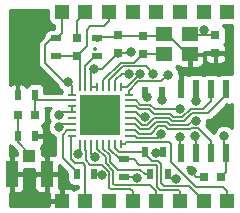
<source format=gtl>
G04 #@! TF.GenerationSoftware,KiCad,Pcbnew,(2017-11-08 revision cd21218)-HEAD*
G04 #@! TF.CreationDate,2018-02-14T19:57:03+02:00*
G04 #@! TF.ProjectId,rfm69w_adapter,72666D3639775F616461707465722E6B,rev?*
G04 #@! TF.SameCoordinates,Original*
G04 #@! TF.FileFunction,Copper,L1,Top,Signal*
G04 #@! TF.FilePolarity,Positive*
%FSLAX46Y46*%
G04 Gerber Fmt 4.6, Leading zero omitted, Abs format (unit mm)*
G04 Created by KiCad (PCBNEW (2017-11-08 revision cd21218)-HEAD) date Wed Feb 14 19:57:03 2018*
%MOMM*%
%LPD*%
G01*
G04 APERTURE LIST*
%ADD10C,0.350000*%
%ADD11R,1.200000X1.200000*%
%ADD12R,0.750000X0.800000*%
%ADD13R,0.800000X0.750000*%
%ADD14R,0.500000X0.900000*%
%ADD15R,0.900000X0.500000*%
%ADD16R,1.400000X1.200000*%
%ADD17R,0.700000X0.250000*%
%ADD18R,0.250000X0.700000*%
%ADD19R,1.725000X1.725000*%
%ADD20R,0.600000X1.550000*%
%ADD21R,1.050000X2.200000*%
%ADD22R,1.000000X1.050000*%
%ADD23C,0.800000*%
%ADD24C,0.200000*%
%ADD25C,0.254000*%
G04 APERTURE END LIST*
D10*
X120572857Y-66607000D03*
D11*
X131750000Y-79500000D03*
X129750000Y-79500000D03*
X127750000Y-79500000D03*
X125750000Y-79500000D03*
X123750000Y-79500000D03*
X121750000Y-79500000D03*
X119750000Y-79500000D03*
X117750000Y-79500000D03*
X131750000Y-63500000D03*
X129750000Y-63500000D03*
X127750000Y-63500000D03*
X125750000Y-63500000D03*
X123750000Y-63500000D03*
X119750000Y-63500000D03*
X121750000Y-63500000D03*
X117750000Y-63500000D03*
D12*
X130750000Y-65500000D03*
X130750000Y-67000000D03*
D13*
X114000000Y-72250000D03*
X115500000Y-72250000D03*
D14*
X115500000Y-74000000D03*
X114000000Y-74000000D03*
X114000000Y-70500000D03*
X115500000Y-70500000D03*
D13*
X129750000Y-77500000D03*
X131250000Y-77500000D03*
D14*
X126750000Y-77250000D03*
X125250000Y-77250000D03*
X119000000Y-77250000D03*
X120500000Y-77250000D03*
D12*
X124637800Y-67044000D03*
X124637800Y-65544000D03*
X122500000Y-65500000D03*
X122500000Y-67000000D03*
D15*
X120750000Y-67250000D03*
X120750000Y-65750000D03*
D12*
X119000000Y-65750000D03*
X119000000Y-67250000D03*
D15*
X117250000Y-67250000D03*
X117250000Y-65750000D03*
D14*
X124750000Y-70250000D03*
X126250000Y-70250000D03*
X124780000Y-75350000D03*
X126280000Y-75350000D03*
D16*
X128600000Y-67100000D03*
X126400000Y-67100000D03*
X126400000Y-65400000D03*
X128600000Y-65400000D03*
D17*
X118600000Y-70500000D03*
X118600000Y-71000000D03*
X118600000Y-71500000D03*
X118600000Y-72000000D03*
X118600000Y-72500000D03*
X118600000Y-73000000D03*
X118600000Y-73500000D03*
X118600000Y-74000000D03*
D18*
X119250000Y-74650000D03*
X119750000Y-74650000D03*
X120250000Y-74650000D03*
X120750000Y-74650000D03*
X121250000Y-74650000D03*
X121750000Y-74650000D03*
X122250000Y-74650000D03*
X122750000Y-74650000D03*
D17*
X123400000Y-74000000D03*
X123400000Y-73500000D03*
X123400000Y-73000000D03*
X123400000Y-72500000D03*
X123400000Y-72000000D03*
X123400000Y-71500000D03*
X123400000Y-71000000D03*
X123400000Y-70500000D03*
D18*
X122750000Y-69850000D03*
X122250000Y-69850000D03*
X121750000Y-69850000D03*
X121250000Y-69850000D03*
X120750000Y-69850000D03*
X120250000Y-69850000D03*
X119750000Y-69850000D03*
X119250000Y-69850000D03*
D19*
X121862500Y-73112500D03*
X121862500Y-71387500D03*
X120137500Y-73112500D03*
X120137500Y-71387500D03*
D20*
X131655000Y-70050000D03*
X130385000Y-70050000D03*
X129115000Y-70050000D03*
X127845000Y-70050000D03*
X127845000Y-75450000D03*
X129115000Y-75450000D03*
X130385000Y-75450000D03*
X131655000Y-75450000D03*
D21*
X116475000Y-77250000D03*
X113525000Y-77250000D03*
D22*
X115000000Y-75725000D03*
D15*
X123000000Y-77500000D03*
X123000000Y-76000000D03*
D10*
X114172857Y-64207000D03*
X114972857Y-64207000D03*
X115772857Y-64207000D03*
X114172857Y-65007000D03*
X114972857Y-65007000D03*
X115772857Y-65007000D03*
X114172857Y-65807000D03*
X114972857Y-65807000D03*
X115772857Y-65807000D03*
X114172857Y-66607000D03*
X114972857Y-66607000D03*
X115772857Y-66607000D03*
X131772857Y-66607000D03*
X114172857Y-67407000D03*
X114972857Y-67407000D03*
X115772857Y-67407000D03*
X114172857Y-68207000D03*
X114972857Y-68207000D03*
X115772857Y-68207000D03*
X130172857Y-68207000D03*
X114172857Y-69007000D03*
X114972857Y-69007000D03*
X115772857Y-69007000D03*
X116572857Y-69807000D03*
X131772857Y-71407000D03*
X130972857Y-72207000D03*
X131772857Y-72207000D03*
X114972857Y-77007000D03*
X114972857Y-77807000D03*
X118172857Y-77807000D03*
X114972857Y-78607000D03*
X114172857Y-79407000D03*
X114972857Y-79407000D03*
X115772857Y-79407000D03*
X116572857Y-79407000D03*
D23*
X121031000Y-72313800D03*
X128750004Y-77000000D03*
X131851400Y-68148200D03*
X127414280Y-77609979D03*
X129750000Y-65000000D03*
X125500000Y-68750000D03*
X123570996Y-66929000D03*
X117500000Y-72250000D03*
X125755398Y-75412600D03*
X120472198Y-68376800D03*
X118262400Y-69443600D03*
X120550012Y-75809990D03*
X124145026Y-77559979D03*
X121159979Y-77342024D03*
X126186430Y-73849990D03*
X131500000Y-74000000D03*
X125000000Y-70716637D03*
X124798524Y-72366659D03*
X126250000Y-71000000D03*
X129000000Y-74000000D03*
X129120532Y-72699988D03*
X129144070Y-71049965D03*
X127725446Y-71718827D03*
X127790503Y-74100701D03*
X126746000Y-68808602D03*
X119149990Y-75500000D03*
X123429384Y-68740021D03*
X124373530Y-68772790D03*
X117500000Y-73250000D03*
D24*
X120137500Y-71420300D02*
X120631001Y-71913801D01*
X120137500Y-73112500D02*
X120232300Y-73112500D01*
X120137500Y-71387500D02*
X120137500Y-71420300D01*
X120631001Y-71913801D02*
X121031000Y-72313800D01*
X120631001Y-72713799D02*
X121031000Y-72313800D01*
X120232300Y-73112500D02*
X120631001Y-72713799D01*
X129750000Y-77500000D02*
X129150000Y-77500000D01*
X129150000Y-77500000D02*
X128750004Y-77100004D01*
X128750004Y-77100004D02*
X128750004Y-77000000D01*
X122500000Y-65500000D02*
X122366400Y-65633600D01*
X122366400Y-65633600D02*
X120866400Y-65633600D01*
X120866400Y-65633600D02*
X120750000Y-65750000D01*
X124637800Y-65544000D02*
X126256000Y-65544000D01*
X126256000Y-65544000D02*
X126400000Y-65400000D01*
X124637800Y-65544000D02*
X122544000Y-65544000D01*
X122544000Y-65544000D02*
X122500000Y-65500000D01*
X128600000Y-67100000D02*
X128339400Y-67100000D01*
X128339400Y-67100000D02*
X126639400Y-65400000D01*
X126639400Y-65400000D02*
X126400000Y-65400000D01*
X120750000Y-65750000D02*
X120990800Y-65750000D01*
X126750000Y-77250000D02*
X126750000Y-77300000D01*
X127059979Y-77609979D02*
X127414280Y-77609979D01*
X126750000Y-77300000D02*
X127059979Y-77609979D01*
X126300000Y-65500000D02*
X126400000Y-65400000D01*
X119000000Y-65750000D02*
X119000000Y-64250000D01*
X119000000Y-64250000D02*
X119750000Y-63500000D01*
X120167400Y-64719200D02*
X119850000Y-65036600D01*
X119850000Y-65036600D02*
X119850000Y-66375000D01*
X121330800Y-64719200D02*
X120167400Y-64719200D01*
X121750000Y-64300000D02*
X121330800Y-64719200D01*
X119850000Y-66375000D02*
X119000000Y-67225000D01*
X121750000Y-63500000D02*
X121750000Y-64300000D01*
X119000000Y-67225000D02*
X119000000Y-67250000D01*
X121716800Y-63500000D02*
X121750000Y-63500000D01*
X119250000Y-69850000D02*
X119250000Y-67510200D01*
X119250000Y-67510200D02*
X119000000Y-67260200D01*
X119000000Y-67260200D02*
X119000000Y-67250000D01*
X117250000Y-67250000D02*
X119000000Y-67250000D01*
X118600000Y-71000000D02*
X115500000Y-71000000D01*
X115500000Y-71000000D02*
X115500000Y-70500000D01*
X115500000Y-70500000D02*
X115500000Y-72250000D01*
X121750000Y-69300000D02*
X122929989Y-68120011D01*
X124870011Y-68120011D02*
X125500000Y-68750000D01*
X121750000Y-69850000D02*
X121750000Y-69300000D01*
X122929989Y-68120011D02*
X124870011Y-68120011D01*
X130750000Y-65500000D02*
X129750000Y-65500000D01*
X129750000Y-65500000D02*
X128700000Y-65500000D01*
X129750000Y-65000000D02*
X129750000Y-65500000D01*
X128750000Y-65250000D02*
X128600000Y-65400000D01*
X125750000Y-68750000D02*
X125500000Y-68750000D01*
X128700000Y-65500000D02*
X128600000Y-65400000D01*
X123893800Y-67800000D02*
X124593800Y-67100000D01*
X122750000Y-67800000D02*
X123893800Y-67800000D01*
X121250000Y-69300000D02*
X122750000Y-67800000D01*
X121250000Y-69850000D02*
X121250000Y-69300000D01*
X124593800Y-67100000D02*
X126400000Y-67100000D01*
X123499996Y-67000000D02*
X123570996Y-66929000D01*
X122500000Y-67000000D02*
X123499996Y-67000000D01*
X120472198Y-68376800D02*
X121148200Y-68376800D01*
X121148200Y-68376800D02*
X122500000Y-67025000D01*
X122500000Y-67025000D02*
X122500000Y-67000000D01*
X126250000Y-75500000D02*
X126250000Y-75417715D01*
X126250000Y-75417715D02*
X126244885Y-75412600D01*
X126244885Y-75412600D02*
X125755398Y-75412600D01*
X120250000Y-68598998D02*
X120472198Y-68376800D01*
X120250000Y-69850000D02*
X120250000Y-68598998D01*
X116340000Y-67826000D02*
X117830600Y-69316600D01*
X116340000Y-66336800D02*
X116340000Y-67826000D01*
X117250000Y-65750000D02*
X116926800Y-65750000D01*
X116926800Y-65750000D02*
X116340000Y-66336800D01*
X117830600Y-69316600D02*
X118135400Y-69316600D01*
X118135400Y-69316600D02*
X118262400Y-69443600D01*
X118600000Y-70500000D02*
X118600000Y-69781200D01*
X118600000Y-69781200D02*
X118262400Y-69443600D01*
X122500000Y-67339600D02*
X122500000Y-67000000D01*
X120250000Y-74650000D02*
X120250000Y-75509978D01*
X120250000Y-75509978D02*
X120550012Y-75809990D01*
X123000000Y-77500000D02*
X124085047Y-77500000D01*
X124085047Y-77500000D02*
X124145026Y-77559979D01*
X120500000Y-77250000D02*
X121067955Y-77250000D01*
X121067955Y-77250000D02*
X121159979Y-77342024D01*
X118600000Y-72000000D02*
X117750000Y-72000000D01*
X117750000Y-72000000D02*
X117500000Y-72250000D01*
X117625000Y-72250000D02*
X117500000Y-72250000D01*
X118600000Y-71500000D02*
X118375000Y-71500000D01*
X123400000Y-74000000D02*
X123950000Y-74000000D01*
X124099989Y-74149989D02*
X125886431Y-74149989D01*
X123950000Y-74000000D02*
X124099989Y-74149989D01*
X125886431Y-74149989D02*
X126186430Y-73849990D01*
X117750000Y-63500000D02*
X117750000Y-65250000D01*
X117750000Y-65250000D02*
X117250000Y-65750000D01*
X118600000Y-71500000D02*
X118600000Y-72000000D01*
X131500000Y-74000000D02*
X131500000Y-75295000D01*
X131500000Y-75295000D02*
X131655000Y-75450000D01*
X120750000Y-69850000D02*
X120250000Y-69850000D01*
X131655000Y-75450000D02*
X131655000Y-77095000D01*
X131655000Y-77095000D02*
X131250000Y-77500000D01*
X119750000Y-69850000D02*
X119750000Y-68050000D01*
X119750000Y-68050000D02*
X120550000Y-67250000D01*
X120550000Y-67250000D02*
X120750000Y-67250000D01*
X117820000Y-73892004D02*
X118212004Y-73500000D01*
X117820000Y-75870000D02*
X117820000Y-73892004D01*
X119000000Y-77050000D02*
X117820000Y-75870000D01*
X119000000Y-77250000D02*
X119000000Y-77050000D01*
X118212004Y-73500000D02*
X118600000Y-73500000D01*
X123400000Y-72000000D02*
X124047996Y-72000000D01*
X124750000Y-70466637D02*
X125000000Y-70716637D01*
X124750000Y-70250000D02*
X124750000Y-70466637D01*
X124414655Y-72366659D02*
X124798524Y-72366659D01*
X124047996Y-72000000D02*
X124414655Y-72366659D01*
X126250000Y-70250000D02*
X126250000Y-71000000D01*
X129115000Y-74115000D02*
X129000000Y-74000000D01*
X129115000Y-75450000D02*
X129115000Y-74115000D01*
X124800000Y-77250000D02*
X124400011Y-76850011D01*
X125250000Y-77250000D02*
X124800000Y-77250000D01*
X124400011Y-76850011D02*
X122468411Y-76850011D01*
X122468411Y-76850011D02*
X121793000Y-76174600D01*
X121793000Y-76174600D02*
X121793000Y-75627439D01*
X121793000Y-75627439D02*
X121250000Y-75084439D01*
X121250000Y-75084439D02*
X121250000Y-74650000D01*
X123400000Y-73500000D02*
X123950000Y-73500000D01*
X123950000Y-73500000D02*
X124249978Y-73799978D01*
X126748433Y-73449989D02*
X128588007Y-73449989D01*
X129312002Y-73349998D02*
X130385000Y-74422996D01*
X125874428Y-73199988D02*
X126498432Y-73199988D01*
X124249978Y-73799978D02*
X125274438Y-73799978D01*
X130385000Y-74422996D02*
X130385000Y-75450000D01*
X126498432Y-73199988D02*
X126748433Y-73449989D01*
X128588007Y-73449989D02*
X128687998Y-73349998D01*
X128687998Y-73349998D02*
X129312002Y-73349998D01*
X125274438Y-73799978D02*
X125874428Y-73199988D01*
X123400000Y-73000000D02*
X123950000Y-73000000D01*
X125129459Y-73449967D02*
X125729449Y-72849977D01*
X126643412Y-72849978D02*
X126893412Y-73099978D01*
X124399967Y-73449967D02*
X125129459Y-73449967D01*
X128443028Y-73099978D02*
X128843018Y-72699988D01*
X126893412Y-73099978D02*
X128443028Y-73099978D01*
X128843018Y-72699988D02*
X129120532Y-72699988D01*
X123950000Y-73000000D02*
X124399967Y-73449967D01*
X125729449Y-72849977D02*
X126643412Y-72849978D01*
X129115000Y-71025000D02*
X129139965Y-71049965D01*
X129115000Y-70050000D02*
X129115000Y-71025000D01*
X129139965Y-71049965D02*
X129144070Y-71049965D01*
X123950000Y-72500000D02*
X124549956Y-73099956D01*
X125584471Y-72499967D02*
X126788392Y-72499968D01*
X131655000Y-70525000D02*
X131655000Y-70050000D01*
X124549956Y-73099956D02*
X124984480Y-73099956D01*
X126788392Y-72499968D02*
X127038391Y-72749967D01*
X130130014Y-72049986D02*
X131655000Y-70525000D01*
X128808530Y-72049986D02*
X130130014Y-72049986D01*
X127038391Y-72749967D02*
X128108549Y-72749967D01*
X124984480Y-73099956D02*
X125584471Y-72499967D01*
X123400000Y-72500000D02*
X123950000Y-72500000D01*
X128108549Y-72749967D02*
X128808530Y-72049986D01*
X126933372Y-72149958D02*
X127183370Y-72399956D01*
X127963570Y-72399956D02*
X128663551Y-71699975D01*
X125543825Y-72149958D02*
X126933372Y-72149958D01*
X123400000Y-71500000D02*
X124042986Y-71500000D01*
X127183370Y-72399956D02*
X127963570Y-72399956D01*
X124259644Y-71716658D02*
X125110525Y-71716658D01*
X125110525Y-71716658D02*
X125543825Y-72149958D01*
X124042986Y-71500000D02*
X124259644Y-71716658D01*
X130385000Y-71025000D02*
X130385000Y-70050000D01*
X128663551Y-71699975D02*
X129710025Y-71699975D01*
X129710025Y-71699975D02*
X130385000Y-71025000D01*
X124404623Y-71366647D02*
X125255505Y-71366648D01*
X125607684Y-71718827D02*
X127725446Y-71718827D01*
X123400000Y-71000000D02*
X124037976Y-71000000D01*
X125255505Y-71366648D02*
X125607684Y-71718827D01*
X124037976Y-71000000D02*
X124404623Y-71366647D01*
X127790503Y-74100701D02*
X127790503Y-75395503D01*
X127790503Y-75395503D02*
X127845000Y-75450000D01*
X114000000Y-74000000D02*
X114000000Y-74500000D01*
X114000000Y-74500000D02*
X115000000Y-75500000D01*
X115000000Y-75500000D02*
X115000000Y-75725000D01*
X114000000Y-72250000D02*
X114000000Y-74000000D01*
X125780011Y-76460011D02*
X125850000Y-76530000D01*
X124313611Y-76460011D02*
X125780011Y-76460011D01*
X123853600Y-76000000D02*
X124313611Y-76460011D01*
X123000000Y-76000000D02*
X123853600Y-76000000D01*
X125850000Y-76530000D02*
X125850000Y-78302563D01*
X125850000Y-78302563D02*
X126097437Y-78550000D01*
X126097437Y-78550000D02*
X127600000Y-78550000D01*
X127600000Y-78550000D02*
X127750000Y-78700000D01*
X127750000Y-78700000D02*
X127750000Y-79500000D01*
X127750000Y-79500000D02*
X127397435Y-79500000D01*
X121750000Y-75089449D02*
X122660551Y-76000000D01*
X121750000Y-74650000D02*
X121750000Y-75089449D01*
X122660551Y-76000000D02*
X123000000Y-76000000D01*
X123225000Y-74500000D02*
X123075000Y-74650000D01*
X127000000Y-76212004D02*
X127000000Y-74670000D01*
X127000000Y-74670000D02*
X126830000Y-74500000D01*
X126830000Y-74500000D02*
X123225000Y-74500000D01*
X123075000Y-74650000D02*
X122750000Y-74650000D01*
X129137996Y-78350000D02*
X127000000Y-76212004D01*
X131400000Y-78350000D02*
X129137996Y-78350000D01*
X131750000Y-78700000D02*
X131400000Y-78350000D01*
X131750000Y-79500000D02*
X131750000Y-78700000D01*
X126161802Y-69392800D02*
X126746000Y-68808602D01*
X123400000Y-70224200D02*
X124231400Y-69392800D01*
X124231400Y-69392800D02*
X126161802Y-69392800D01*
X123400000Y-70500000D02*
X123400000Y-70224200D01*
X121900000Y-78500000D02*
X121779989Y-78379989D01*
X119770000Y-76031200D02*
X119770000Y-75220000D01*
X121143274Y-76430000D02*
X120168800Y-76430000D01*
X120168800Y-76430000D02*
X119770000Y-76031200D01*
X119770000Y-75220000D02*
X119750000Y-75200000D01*
X119750000Y-75200000D02*
X119750000Y-74650000D01*
X121779989Y-77066715D02*
X121143274Y-76430000D01*
X123750000Y-78700000D02*
X123550000Y-78500000D01*
X121779989Y-78379989D02*
X121779989Y-77066715D01*
X123550000Y-78500000D02*
X121900000Y-78500000D01*
X123750000Y-79500000D02*
X123750000Y-78700000D01*
X123451435Y-79500000D02*
X123750000Y-79500000D01*
X121472989Y-75802418D02*
X121472989Y-76307152D01*
X120750000Y-74650000D02*
X120750000Y-75079429D01*
X122229989Y-78179989D02*
X125229989Y-78179989D01*
X121472989Y-76307152D02*
X122100000Y-76934162D01*
X122100000Y-78050000D02*
X122229989Y-78179989D01*
X120750000Y-75079429D02*
X121472989Y-75802418D01*
X122100000Y-76934162D02*
X122100000Y-78050000D01*
X125750000Y-78700000D02*
X125750000Y-79500000D01*
X125229989Y-78179989D02*
X125750000Y-78700000D01*
X119250000Y-74650000D02*
X119250000Y-75399990D01*
X119250000Y-75399990D02*
X119149990Y-75500000D01*
X118841057Y-76276200D02*
X119507000Y-76276200D01*
X118500000Y-75935143D02*
X118841057Y-76276200D01*
X118500000Y-74000000D02*
X118500000Y-75935143D01*
X118600000Y-74000000D02*
X118500000Y-74000000D01*
X119507000Y-76276200D02*
X119750000Y-76519200D01*
X119750000Y-76519200D02*
X119750000Y-79500000D01*
X124780000Y-75350000D02*
X124780000Y-75550000D01*
X126170011Y-78020011D02*
X126379989Y-78229989D01*
X126379989Y-78229989D02*
X128479989Y-78229989D01*
X124780000Y-75550000D02*
X125370000Y-76140000D01*
X126170011Y-76397448D02*
X126170011Y-78020011D01*
X125912563Y-76140000D02*
X126170011Y-76397448D01*
X128479989Y-78229989D02*
X129750000Y-79500000D01*
X125370000Y-76140000D02*
X125912563Y-76140000D01*
X124750000Y-75380000D02*
X124780000Y-75350000D01*
X122626994Y-75380000D02*
X124750000Y-75380000D01*
X122250000Y-75003006D02*
X122626994Y-75380000D01*
X122250000Y-74650000D02*
X122250000Y-75003006D01*
X122250000Y-69850000D02*
X122250000Y-69300000D01*
X122809979Y-68740021D02*
X123429384Y-68740021D01*
X122250000Y-69300000D02*
X122809979Y-68740021D01*
X122750000Y-69850000D02*
X123296320Y-69850000D01*
X123296320Y-69850000D02*
X124373530Y-68772790D01*
X118600000Y-73000000D02*
X117750000Y-73000000D01*
X117750000Y-73000000D02*
X117500000Y-73250000D01*
D25*
G36*
X116786441Y-71651253D02*
X116683733Y-71801254D01*
X116612117Y-71968347D01*
X116574320Y-72146168D01*
X116571782Y-72327945D01*
X116604599Y-72506752D01*
X116671522Y-72675780D01*
X116719098Y-72749604D01*
X116683733Y-72801254D01*
X116612117Y-72968347D01*
X116574320Y-73146168D01*
X116571782Y-73327945D01*
X116604599Y-73506752D01*
X116671522Y-73675780D01*
X116770001Y-73828590D01*
X116896286Y-73959362D01*
X117045566Y-74063114D01*
X117193000Y-74127526D01*
X117193000Y-75659523D01*
X117153720Y-75643252D01*
X117051905Y-75623000D01*
X116679750Y-75623000D01*
X116548000Y-75754750D01*
X116548000Y-77177000D01*
X117395250Y-77177000D01*
X117527000Y-77045250D01*
X117527000Y-76463712D01*
X118220451Y-77157163D01*
X118220451Y-77700000D01*
X118230626Y-77803310D01*
X118260761Y-77902650D01*
X118309696Y-77994202D01*
X118375552Y-78074448D01*
X118455798Y-78140304D01*
X118547350Y-78189239D01*
X118646690Y-78219374D01*
X118750000Y-78229549D01*
X119123000Y-78229549D01*
X119123000Y-78373110D01*
X119046690Y-78380626D01*
X118947350Y-78410761D01*
X118855798Y-78459696D01*
X118775552Y-78525552D01*
X118750892Y-78555601D01*
X118685943Y-78490652D01*
X118599628Y-78432979D01*
X118503720Y-78393252D01*
X118401905Y-78373000D01*
X117954750Y-78373000D01*
X117823000Y-78504750D01*
X117823000Y-79427000D01*
X117843000Y-79427000D01*
X117843000Y-79573000D01*
X117823000Y-79573000D01*
X117823000Y-79593000D01*
X117677000Y-79593000D01*
X117677000Y-79573000D01*
X116754750Y-79573000D01*
X116623000Y-79704750D01*
X116623000Y-79898000D01*
X113352000Y-79898000D01*
X113352000Y-78845250D01*
X113452000Y-78745250D01*
X113452000Y-77323000D01*
X113598000Y-77323000D01*
X113598000Y-78745250D01*
X113729750Y-78877000D01*
X114101905Y-78877000D01*
X114203720Y-78856748D01*
X114299628Y-78817021D01*
X114385943Y-78759348D01*
X114459348Y-78685943D01*
X114517021Y-78599628D01*
X114556748Y-78503720D01*
X114577000Y-78401905D01*
X114577000Y-77454750D01*
X115423000Y-77454750D01*
X115423000Y-78401905D01*
X115443252Y-78503720D01*
X115482979Y-78599628D01*
X115540652Y-78685943D01*
X115614057Y-78759348D01*
X115700372Y-78817021D01*
X115796280Y-78856748D01*
X115898095Y-78877000D01*
X116270250Y-78877000D01*
X116402000Y-78745250D01*
X116402000Y-77323000D01*
X116548000Y-77323000D01*
X116548000Y-78745250D01*
X116627620Y-78824870D01*
X116623000Y-78848095D01*
X116623000Y-79295250D01*
X116754750Y-79427000D01*
X117677000Y-79427000D01*
X117677000Y-78504750D01*
X117545250Y-78373000D01*
X117527000Y-78373000D01*
X117527000Y-77454750D01*
X117395250Y-77323000D01*
X116548000Y-77323000D01*
X116402000Y-77323000D01*
X115554750Y-77323000D01*
X115423000Y-77454750D01*
X114577000Y-77454750D01*
X114445250Y-77323000D01*
X113598000Y-77323000D01*
X113452000Y-77323000D01*
X113432000Y-77323000D01*
X113432000Y-77177000D01*
X113452000Y-77177000D01*
X113452000Y-75754750D01*
X113352000Y-75654750D01*
X113352000Y-74795750D01*
X113375552Y-74824448D01*
X113455798Y-74890304D01*
X113547350Y-74939239D01*
X113554818Y-74941504D01*
X113555021Y-74941710D01*
X113555099Y-74941806D01*
X113555188Y-74941880D01*
X113556644Y-74943356D01*
X113970451Y-75357163D01*
X113970451Y-75623000D01*
X113729750Y-75623000D01*
X113598000Y-75754750D01*
X113598000Y-77177000D01*
X114445250Y-77177000D01*
X114577000Y-77045250D01*
X114577000Y-76779549D01*
X115423000Y-76779549D01*
X115423000Y-77045250D01*
X115554750Y-77177000D01*
X116402000Y-77177000D01*
X116402000Y-75754750D01*
X116270250Y-75623000D01*
X116029549Y-75623000D01*
X116029549Y-75200000D01*
X116019374Y-75096690D01*
X115989239Y-74997350D01*
X115955969Y-74935105D01*
X115999628Y-74917021D01*
X116085943Y-74859348D01*
X116159348Y-74785943D01*
X116217021Y-74699628D01*
X116256748Y-74603720D01*
X116277000Y-74501905D01*
X116277000Y-74204750D01*
X116145250Y-74073000D01*
X115573000Y-74073000D01*
X115573000Y-74093000D01*
X115427000Y-74093000D01*
X115427000Y-74073000D01*
X115407000Y-74073000D01*
X115407000Y-73927000D01*
X115427000Y-73927000D01*
X115427000Y-73907000D01*
X115573000Y-73907000D01*
X115573000Y-73927000D01*
X116145250Y-73927000D01*
X116277000Y-73795250D01*
X116277000Y-73498095D01*
X116256748Y-73396280D01*
X116217021Y-73300372D01*
X116159348Y-73214057D01*
X116085943Y-73140652D01*
X116063972Y-73125972D01*
X116102650Y-73114239D01*
X116194202Y-73065304D01*
X116274448Y-72999448D01*
X116340304Y-72919202D01*
X116389239Y-72827650D01*
X116419374Y-72728310D01*
X116429549Y-72625000D01*
X116429549Y-71875000D01*
X116419374Y-71771690D01*
X116389239Y-71672350D01*
X116364999Y-71627000D01*
X116811207Y-71627000D01*
X116786441Y-71651253D01*
X116786441Y-71651253D01*
G37*
X116786441Y-71651253D02*
X116683733Y-71801254D01*
X116612117Y-71968347D01*
X116574320Y-72146168D01*
X116571782Y-72327945D01*
X116604599Y-72506752D01*
X116671522Y-72675780D01*
X116719098Y-72749604D01*
X116683733Y-72801254D01*
X116612117Y-72968347D01*
X116574320Y-73146168D01*
X116571782Y-73327945D01*
X116604599Y-73506752D01*
X116671522Y-73675780D01*
X116770001Y-73828590D01*
X116896286Y-73959362D01*
X117045566Y-74063114D01*
X117193000Y-74127526D01*
X117193000Y-75659523D01*
X117153720Y-75643252D01*
X117051905Y-75623000D01*
X116679750Y-75623000D01*
X116548000Y-75754750D01*
X116548000Y-77177000D01*
X117395250Y-77177000D01*
X117527000Y-77045250D01*
X117527000Y-76463712D01*
X118220451Y-77157163D01*
X118220451Y-77700000D01*
X118230626Y-77803310D01*
X118260761Y-77902650D01*
X118309696Y-77994202D01*
X118375552Y-78074448D01*
X118455798Y-78140304D01*
X118547350Y-78189239D01*
X118646690Y-78219374D01*
X118750000Y-78229549D01*
X119123000Y-78229549D01*
X119123000Y-78373110D01*
X119046690Y-78380626D01*
X118947350Y-78410761D01*
X118855798Y-78459696D01*
X118775552Y-78525552D01*
X118750892Y-78555601D01*
X118685943Y-78490652D01*
X118599628Y-78432979D01*
X118503720Y-78393252D01*
X118401905Y-78373000D01*
X117954750Y-78373000D01*
X117823000Y-78504750D01*
X117823000Y-79427000D01*
X117843000Y-79427000D01*
X117843000Y-79573000D01*
X117823000Y-79573000D01*
X117823000Y-79593000D01*
X117677000Y-79593000D01*
X117677000Y-79573000D01*
X116754750Y-79573000D01*
X116623000Y-79704750D01*
X116623000Y-79898000D01*
X113352000Y-79898000D01*
X113352000Y-78845250D01*
X113452000Y-78745250D01*
X113452000Y-77323000D01*
X113598000Y-77323000D01*
X113598000Y-78745250D01*
X113729750Y-78877000D01*
X114101905Y-78877000D01*
X114203720Y-78856748D01*
X114299628Y-78817021D01*
X114385943Y-78759348D01*
X114459348Y-78685943D01*
X114517021Y-78599628D01*
X114556748Y-78503720D01*
X114577000Y-78401905D01*
X114577000Y-77454750D01*
X115423000Y-77454750D01*
X115423000Y-78401905D01*
X115443252Y-78503720D01*
X115482979Y-78599628D01*
X115540652Y-78685943D01*
X115614057Y-78759348D01*
X115700372Y-78817021D01*
X115796280Y-78856748D01*
X115898095Y-78877000D01*
X116270250Y-78877000D01*
X116402000Y-78745250D01*
X116402000Y-77323000D01*
X116548000Y-77323000D01*
X116548000Y-78745250D01*
X116627620Y-78824870D01*
X116623000Y-78848095D01*
X116623000Y-79295250D01*
X116754750Y-79427000D01*
X117677000Y-79427000D01*
X117677000Y-78504750D01*
X117545250Y-78373000D01*
X117527000Y-78373000D01*
X117527000Y-77454750D01*
X117395250Y-77323000D01*
X116548000Y-77323000D01*
X116402000Y-77323000D01*
X115554750Y-77323000D01*
X115423000Y-77454750D01*
X114577000Y-77454750D01*
X114445250Y-77323000D01*
X113598000Y-77323000D01*
X113452000Y-77323000D01*
X113432000Y-77323000D01*
X113432000Y-77177000D01*
X113452000Y-77177000D01*
X113452000Y-75754750D01*
X113352000Y-75654750D01*
X113352000Y-74795750D01*
X113375552Y-74824448D01*
X113455798Y-74890304D01*
X113547350Y-74939239D01*
X113554818Y-74941504D01*
X113555021Y-74941710D01*
X113555099Y-74941806D01*
X113555188Y-74941880D01*
X113556644Y-74943356D01*
X113970451Y-75357163D01*
X113970451Y-75623000D01*
X113729750Y-75623000D01*
X113598000Y-75754750D01*
X113598000Y-77177000D01*
X114445250Y-77177000D01*
X114577000Y-77045250D01*
X114577000Y-76779549D01*
X115423000Y-76779549D01*
X115423000Y-77045250D01*
X115554750Y-77177000D01*
X116402000Y-77177000D01*
X116402000Y-75754750D01*
X116270250Y-75623000D01*
X116029549Y-75623000D01*
X116029549Y-75200000D01*
X116019374Y-75096690D01*
X115989239Y-74997350D01*
X115955969Y-74935105D01*
X115999628Y-74917021D01*
X116085943Y-74859348D01*
X116159348Y-74785943D01*
X116217021Y-74699628D01*
X116256748Y-74603720D01*
X116277000Y-74501905D01*
X116277000Y-74204750D01*
X116145250Y-74073000D01*
X115573000Y-74073000D01*
X115573000Y-74093000D01*
X115427000Y-74093000D01*
X115427000Y-74073000D01*
X115407000Y-74073000D01*
X115407000Y-73927000D01*
X115427000Y-73927000D01*
X115427000Y-73907000D01*
X115573000Y-73907000D01*
X115573000Y-73927000D01*
X116145250Y-73927000D01*
X116277000Y-73795250D01*
X116277000Y-73498095D01*
X116256748Y-73396280D01*
X116217021Y-73300372D01*
X116159348Y-73214057D01*
X116085943Y-73140652D01*
X116063972Y-73125972D01*
X116102650Y-73114239D01*
X116194202Y-73065304D01*
X116274448Y-72999448D01*
X116340304Y-72919202D01*
X116389239Y-72827650D01*
X116419374Y-72728310D01*
X116429549Y-72625000D01*
X116429549Y-71875000D01*
X116419374Y-71771690D01*
X116389239Y-71672350D01*
X116364999Y-71627000D01*
X116811207Y-71627000D01*
X116786441Y-71651253D01*
G36*
X121823000Y-79427000D02*
X121843000Y-79427000D01*
X121843000Y-79573000D01*
X121823000Y-79573000D01*
X121823000Y-79593000D01*
X121677000Y-79593000D01*
X121677000Y-79573000D01*
X121657000Y-79573000D01*
X121657000Y-79427000D01*
X121677000Y-79427000D01*
X121677000Y-79407000D01*
X121823000Y-79407000D01*
X121823000Y-79427000D01*
X121823000Y-79427000D01*
G37*
X121823000Y-79427000D02*
X121843000Y-79427000D01*
X121843000Y-79573000D01*
X121823000Y-79573000D01*
X121823000Y-79593000D01*
X121677000Y-79593000D01*
X121677000Y-79573000D01*
X121657000Y-79573000D01*
X121657000Y-79427000D01*
X121677000Y-79427000D01*
X121677000Y-79407000D01*
X121823000Y-79407000D01*
X121823000Y-79427000D01*
G36*
X129823000Y-77427000D02*
X129843000Y-77427000D01*
X129843000Y-77573000D01*
X129823000Y-77573000D01*
X129823000Y-77593000D01*
X129677000Y-77593000D01*
X129677000Y-77573000D01*
X129657000Y-77573000D01*
X129657000Y-77427000D01*
X129677000Y-77427000D01*
X129677000Y-77407000D01*
X129823000Y-77407000D01*
X129823000Y-77427000D01*
X129823000Y-77427000D01*
G37*
X129823000Y-77427000D02*
X129843000Y-77427000D01*
X129843000Y-77573000D01*
X129823000Y-77573000D01*
X129823000Y-77593000D01*
X129677000Y-77593000D01*
X129677000Y-77573000D01*
X129657000Y-77573000D01*
X129657000Y-77427000D01*
X129677000Y-77427000D01*
X129677000Y-77407000D01*
X129823000Y-77407000D01*
X129823000Y-77427000D01*
G36*
X128520798Y-76665304D02*
X128612350Y-76714239D01*
X128711690Y-76744374D01*
X128815000Y-76754549D01*
X128975160Y-76754549D01*
X128940652Y-76789057D01*
X128882979Y-76875372D01*
X128843252Y-76971280D01*
X128823000Y-77073095D01*
X128823000Y-77148292D01*
X128374562Y-76699854D01*
X128439202Y-76665304D01*
X128480000Y-76631822D01*
X128520798Y-76665304D01*
X128520798Y-76665304D01*
G37*
X128520798Y-76665304D02*
X128612350Y-76714239D01*
X128711690Y-76744374D01*
X128815000Y-76754549D01*
X128975160Y-76754549D01*
X128940652Y-76789057D01*
X128882979Y-76875372D01*
X128843252Y-76971280D01*
X128823000Y-77073095D01*
X128823000Y-77148292D01*
X128374562Y-76699854D01*
X128439202Y-76665304D01*
X128480000Y-76631822D01*
X128520798Y-76665304D01*
G36*
X132148000Y-73336907D02*
X132093751Y-73282278D01*
X131943037Y-73180621D01*
X131775448Y-73110173D01*
X131597367Y-73073618D01*
X131415577Y-73072349D01*
X131237003Y-73106413D01*
X131068447Y-73174515D01*
X130916328Y-73274058D01*
X130786441Y-73401253D01*
X130683733Y-73551254D01*
X130612117Y-73718347D01*
X130604219Y-73755503D01*
X129954590Y-73105874D01*
X130004396Y-72994010D01*
X130044672Y-72816734D01*
X130046623Y-72676986D01*
X130130014Y-72676986D01*
X130187706Y-72671329D01*
X130245352Y-72666286D01*
X130248515Y-72665367D01*
X130251799Y-72665045D01*
X130307238Y-72648307D01*
X130362861Y-72632147D01*
X130365791Y-72630628D01*
X130368945Y-72629676D01*
X130420058Y-72602499D01*
X130471503Y-72575833D01*
X130474080Y-72573776D01*
X130476991Y-72572228D01*
X130521874Y-72535623D01*
X130567137Y-72499489D01*
X130571724Y-72494965D01*
X130571820Y-72494887D01*
X130571894Y-72494798D01*
X130573370Y-72493342D01*
X131712163Y-71354549D01*
X131955000Y-71354549D01*
X132058310Y-71344374D01*
X132148000Y-71317166D01*
X132148000Y-73336907D01*
X132148000Y-73336907D01*
G37*
X132148000Y-73336907D02*
X132093751Y-73282278D01*
X131943037Y-73180621D01*
X131775448Y-73110173D01*
X131597367Y-73073618D01*
X131415577Y-73072349D01*
X131237003Y-73106413D01*
X131068447Y-73174515D01*
X130916328Y-73274058D01*
X130786441Y-73401253D01*
X130683733Y-73551254D01*
X130612117Y-73718347D01*
X130604219Y-73755503D01*
X129954590Y-73105874D01*
X130004396Y-72994010D01*
X130044672Y-72816734D01*
X130046623Y-72676986D01*
X130130014Y-72676986D01*
X130187706Y-72671329D01*
X130245352Y-72666286D01*
X130248515Y-72665367D01*
X130251799Y-72665045D01*
X130307238Y-72648307D01*
X130362861Y-72632147D01*
X130365791Y-72630628D01*
X130368945Y-72629676D01*
X130420058Y-72602499D01*
X130471503Y-72575833D01*
X130474080Y-72573776D01*
X130476991Y-72572228D01*
X130521874Y-72535623D01*
X130567137Y-72499489D01*
X130571724Y-72494965D01*
X130571820Y-72494887D01*
X130571894Y-72494798D01*
X130573370Y-72493342D01*
X131712163Y-71354549D01*
X131955000Y-71354549D01*
X132058310Y-71344374D01*
X132148000Y-71317166D01*
X132148000Y-73336907D01*
G36*
X120210500Y-71314500D02*
X121789500Y-71314500D01*
X121789500Y-71294500D01*
X121935500Y-71294500D01*
X121935500Y-71314500D01*
X121955500Y-71314500D01*
X121955500Y-71460500D01*
X121935500Y-71460500D01*
X121935500Y-73039500D01*
X121955500Y-73039500D01*
X121955500Y-73185500D01*
X121935500Y-73185500D01*
X121935500Y-73205500D01*
X121789500Y-73205500D01*
X121789500Y-73185500D01*
X120210500Y-73185500D01*
X120210500Y-73205500D01*
X120064500Y-73205500D01*
X120064500Y-73185500D01*
X120044500Y-73185500D01*
X120044500Y-73039500D01*
X120064500Y-73039500D01*
X120064500Y-71460500D01*
X120210500Y-71460500D01*
X120210500Y-73039500D01*
X121789500Y-73039500D01*
X121789500Y-71460500D01*
X120210500Y-71460500D01*
X120064500Y-71460500D01*
X120044500Y-71460500D01*
X120044500Y-71314500D01*
X120064500Y-71314500D01*
X120064500Y-71294500D01*
X120210500Y-71294500D01*
X120210500Y-71314500D01*
X120210500Y-71314500D01*
G37*
X120210500Y-71314500D02*
X121789500Y-71314500D01*
X121789500Y-71294500D01*
X121935500Y-71294500D01*
X121935500Y-71314500D01*
X121955500Y-71314500D01*
X121955500Y-71460500D01*
X121935500Y-71460500D01*
X121935500Y-73039500D01*
X121955500Y-73039500D01*
X121955500Y-73185500D01*
X121935500Y-73185500D01*
X121935500Y-73205500D01*
X121789500Y-73205500D01*
X121789500Y-73185500D01*
X120210500Y-73185500D01*
X120210500Y-73205500D01*
X120064500Y-73205500D01*
X120064500Y-73185500D01*
X120044500Y-73185500D01*
X120044500Y-73039500D01*
X120064500Y-73039500D01*
X120064500Y-71460500D01*
X120210500Y-71460500D01*
X120210500Y-73039500D01*
X121789500Y-73039500D01*
X121789500Y-71460500D01*
X120210500Y-71460500D01*
X120064500Y-71460500D01*
X120044500Y-71460500D01*
X120044500Y-71314500D01*
X120064500Y-71314500D01*
X120064500Y-71294500D01*
X120210500Y-71294500D01*
X120210500Y-71314500D01*
G36*
X116620451Y-64100000D02*
X116630626Y-64203310D01*
X116660761Y-64302650D01*
X116709696Y-64394202D01*
X116775552Y-64474448D01*
X116855798Y-64540304D01*
X116947350Y-64589239D01*
X117046690Y-64619374D01*
X117123000Y-64626890D01*
X117123000Y-64970451D01*
X116800000Y-64970451D01*
X116696690Y-64980626D01*
X116597350Y-65010761D01*
X116505798Y-65059696D01*
X116425552Y-65125552D01*
X116359696Y-65205798D01*
X116310761Y-65297350D01*
X116280626Y-65396690D01*
X116270451Y-65500000D01*
X116270451Y-65519637D01*
X115896644Y-65893444D01*
X115859877Y-65938205D01*
X115822654Y-65982566D01*
X115821065Y-65985456D01*
X115818973Y-65988003D01*
X115791632Y-66038994D01*
X115763702Y-66089798D01*
X115762703Y-66092946D01*
X115761148Y-66095847D01*
X115744226Y-66151195D01*
X115726701Y-66206439D01*
X115726334Y-66209714D01*
X115725369Y-66212869D01*
X115719511Y-66270544D01*
X115713061Y-66328046D01*
X115713016Y-66334483D01*
X115713003Y-66334612D01*
X115713014Y-66334733D01*
X115713000Y-66336800D01*
X115713000Y-67826000D01*
X115718657Y-67883692D01*
X115723700Y-67941338D01*
X115724619Y-67944501D01*
X115724941Y-67947785D01*
X115741679Y-68003224D01*
X115757839Y-68058847D01*
X115759358Y-68061777D01*
X115760310Y-68064931D01*
X115787487Y-68116044D01*
X115814153Y-68167489D01*
X115816210Y-68170066D01*
X115817758Y-68172977D01*
X115854363Y-68217860D01*
X115890497Y-68263123D01*
X115895021Y-68267710D01*
X115895099Y-68267806D01*
X115895188Y-68267880D01*
X115896644Y-68269356D01*
X117387244Y-69759956D01*
X117392214Y-69764039D01*
X117433922Y-69869380D01*
X117532401Y-70022190D01*
X117658686Y-70152962D01*
X117747845Y-70214929D01*
X117730626Y-70271690D01*
X117720648Y-70373000D01*
X116279549Y-70373000D01*
X116279549Y-70050000D01*
X116269374Y-69946690D01*
X116239239Y-69847350D01*
X116190304Y-69755798D01*
X116124448Y-69675552D01*
X116044202Y-69609696D01*
X115952650Y-69560761D01*
X115853310Y-69530626D01*
X115750000Y-69520451D01*
X115250000Y-69520451D01*
X115146690Y-69530626D01*
X115047350Y-69560761D01*
X114955798Y-69609696D01*
X114875552Y-69675552D01*
X114809696Y-69755798D01*
X114760761Y-69847350D01*
X114750496Y-69881187D01*
X114717021Y-69800372D01*
X114659348Y-69714057D01*
X114585943Y-69640652D01*
X114499628Y-69582979D01*
X114403720Y-69543252D01*
X114301905Y-69523000D01*
X114204750Y-69523000D01*
X114073000Y-69654750D01*
X114073000Y-70427000D01*
X114093000Y-70427000D01*
X114093000Y-70573000D01*
X114073000Y-70573000D01*
X114073000Y-70593000D01*
X113927000Y-70593000D01*
X113927000Y-70573000D01*
X113907000Y-70573000D01*
X113907000Y-70427000D01*
X113927000Y-70427000D01*
X113927000Y-69654750D01*
X113795250Y-69523000D01*
X113698095Y-69523000D01*
X113596280Y-69543252D01*
X113500372Y-69582979D01*
X113414057Y-69640652D01*
X113352000Y-69702709D01*
X113352000Y-63352000D01*
X116620451Y-63352000D01*
X116620451Y-64100000D01*
X116620451Y-64100000D01*
G37*
X116620451Y-64100000D02*
X116630626Y-64203310D01*
X116660761Y-64302650D01*
X116709696Y-64394202D01*
X116775552Y-64474448D01*
X116855798Y-64540304D01*
X116947350Y-64589239D01*
X117046690Y-64619374D01*
X117123000Y-64626890D01*
X117123000Y-64970451D01*
X116800000Y-64970451D01*
X116696690Y-64980626D01*
X116597350Y-65010761D01*
X116505798Y-65059696D01*
X116425552Y-65125552D01*
X116359696Y-65205798D01*
X116310761Y-65297350D01*
X116280626Y-65396690D01*
X116270451Y-65500000D01*
X116270451Y-65519637D01*
X115896644Y-65893444D01*
X115859877Y-65938205D01*
X115822654Y-65982566D01*
X115821065Y-65985456D01*
X115818973Y-65988003D01*
X115791632Y-66038994D01*
X115763702Y-66089798D01*
X115762703Y-66092946D01*
X115761148Y-66095847D01*
X115744226Y-66151195D01*
X115726701Y-66206439D01*
X115726334Y-66209714D01*
X115725369Y-66212869D01*
X115719511Y-66270544D01*
X115713061Y-66328046D01*
X115713016Y-66334483D01*
X115713003Y-66334612D01*
X115713014Y-66334733D01*
X115713000Y-66336800D01*
X115713000Y-67826000D01*
X115718657Y-67883692D01*
X115723700Y-67941338D01*
X115724619Y-67944501D01*
X115724941Y-67947785D01*
X115741679Y-68003224D01*
X115757839Y-68058847D01*
X115759358Y-68061777D01*
X115760310Y-68064931D01*
X115787487Y-68116044D01*
X115814153Y-68167489D01*
X115816210Y-68170066D01*
X115817758Y-68172977D01*
X115854363Y-68217860D01*
X115890497Y-68263123D01*
X115895021Y-68267710D01*
X115895099Y-68267806D01*
X115895188Y-68267880D01*
X115896644Y-68269356D01*
X117387244Y-69759956D01*
X117392214Y-69764039D01*
X117433922Y-69869380D01*
X117532401Y-70022190D01*
X117658686Y-70152962D01*
X117747845Y-70214929D01*
X117730626Y-70271690D01*
X117720648Y-70373000D01*
X116279549Y-70373000D01*
X116279549Y-70050000D01*
X116269374Y-69946690D01*
X116239239Y-69847350D01*
X116190304Y-69755798D01*
X116124448Y-69675552D01*
X116044202Y-69609696D01*
X115952650Y-69560761D01*
X115853310Y-69530626D01*
X115750000Y-69520451D01*
X115250000Y-69520451D01*
X115146690Y-69530626D01*
X115047350Y-69560761D01*
X114955798Y-69609696D01*
X114875552Y-69675552D01*
X114809696Y-69755798D01*
X114760761Y-69847350D01*
X114750496Y-69881187D01*
X114717021Y-69800372D01*
X114659348Y-69714057D01*
X114585943Y-69640652D01*
X114499628Y-69582979D01*
X114403720Y-69543252D01*
X114301905Y-69523000D01*
X114204750Y-69523000D01*
X114073000Y-69654750D01*
X114073000Y-70427000D01*
X114093000Y-70427000D01*
X114093000Y-70573000D01*
X114073000Y-70573000D01*
X114073000Y-70593000D01*
X113927000Y-70593000D01*
X113927000Y-70573000D01*
X113907000Y-70573000D01*
X113907000Y-70427000D01*
X113927000Y-70427000D01*
X113927000Y-69654750D01*
X113795250Y-69523000D01*
X113698095Y-69523000D01*
X113596280Y-69543252D01*
X113500372Y-69582979D01*
X113414057Y-69640652D01*
X113352000Y-69702709D01*
X113352000Y-63352000D01*
X116620451Y-63352000D01*
X116620451Y-64100000D01*
G36*
X132148000Y-68782834D02*
X132058310Y-68755626D01*
X131955000Y-68745451D01*
X131355000Y-68745451D01*
X131251690Y-68755626D01*
X131152350Y-68785761D01*
X131060798Y-68834696D01*
X131020000Y-68868178D01*
X130979202Y-68834696D01*
X130887650Y-68785761D01*
X130788310Y-68755626D01*
X130685000Y-68745451D01*
X130085000Y-68745451D01*
X129981690Y-68755626D01*
X129882350Y-68785761D01*
X129790798Y-68834696D01*
X129750000Y-68868178D01*
X129709202Y-68834696D01*
X129617650Y-68785761D01*
X129518310Y-68755626D01*
X129415000Y-68745451D01*
X128815000Y-68745451D01*
X128711690Y-68755626D01*
X128612350Y-68785761D01*
X128520798Y-68834696D01*
X128481905Y-68866614D01*
X128480943Y-68865652D01*
X128394628Y-68807979D01*
X128298720Y-68768252D01*
X128196905Y-68748000D01*
X128049750Y-68748000D01*
X127918000Y-68879750D01*
X127918000Y-69977000D01*
X127938000Y-69977000D01*
X127938000Y-70123000D01*
X127918000Y-70123000D01*
X127918000Y-70143000D01*
X127772000Y-70143000D01*
X127772000Y-70123000D01*
X127752000Y-70123000D01*
X127752000Y-69977000D01*
X127772000Y-69977000D01*
X127772000Y-68879750D01*
X127672170Y-68779920D01*
X127673039Y-68717705D01*
X127637729Y-68539373D01*
X127568452Y-68371296D01*
X127467849Y-68219876D01*
X127390693Y-68142179D01*
X127394202Y-68140304D01*
X127474448Y-68074448D01*
X127499108Y-68044399D01*
X127564057Y-68109348D01*
X127650372Y-68167021D01*
X127746280Y-68206748D01*
X127848095Y-68227000D01*
X128395250Y-68227000D01*
X128527000Y-68095250D01*
X128527000Y-67173000D01*
X128673000Y-67173000D01*
X128673000Y-68095250D01*
X128804750Y-68227000D01*
X129351905Y-68227000D01*
X129453720Y-68206748D01*
X129549628Y-68167021D01*
X129635943Y-68109348D01*
X129709348Y-68035943D01*
X129767021Y-67949628D01*
X129806748Y-67853720D01*
X129827000Y-67751905D01*
X129827000Y-67304750D01*
X129727000Y-67204750D01*
X129848000Y-67204750D01*
X129848000Y-67451905D01*
X129868252Y-67553720D01*
X129907979Y-67649628D01*
X129965652Y-67735943D01*
X130039057Y-67809348D01*
X130125372Y-67867021D01*
X130221280Y-67906748D01*
X130323095Y-67927000D01*
X130545250Y-67927000D01*
X130677000Y-67795250D01*
X130677000Y-67073000D01*
X130823000Y-67073000D01*
X130823000Y-67795250D01*
X130954750Y-67927000D01*
X131176905Y-67927000D01*
X131278720Y-67906748D01*
X131374628Y-67867021D01*
X131460943Y-67809348D01*
X131534348Y-67735943D01*
X131592021Y-67649628D01*
X131631748Y-67553720D01*
X131652000Y-67451905D01*
X131652000Y-67204750D01*
X131520250Y-67073000D01*
X130823000Y-67073000D01*
X130677000Y-67073000D01*
X129979750Y-67073000D01*
X129848000Y-67204750D01*
X129727000Y-67204750D01*
X129695250Y-67173000D01*
X128673000Y-67173000D01*
X128527000Y-67173000D01*
X128507000Y-67173000D01*
X128507000Y-67027000D01*
X128527000Y-67027000D01*
X128527000Y-67007000D01*
X128673000Y-67007000D01*
X128673000Y-67027000D01*
X129695250Y-67027000D01*
X129827000Y-66895250D01*
X129827000Y-66878200D01*
X129930950Y-66878200D01*
X129979750Y-66927000D01*
X130677000Y-66927000D01*
X130677000Y-66907000D01*
X130823000Y-66907000D01*
X130823000Y-66927000D01*
X131520250Y-66927000D01*
X131652000Y-66795250D01*
X131652000Y-66548095D01*
X131631748Y-66446280D01*
X131592021Y-66350372D01*
X131534348Y-66264057D01*
X131519863Y-66249572D01*
X131565304Y-66194202D01*
X131614239Y-66102650D01*
X131644374Y-66003310D01*
X131654549Y-65900000D01*
X131654549Y-65100000D01*
X131644374Y-64996690D01*
X131614239Y-64897350D01*
X131565304Y-64805798D01*
X131499448Y-64725552D01*
X131419202Y-64659696D01*
X131362800Y-64629549D01*
X132148000Y-64629549D01*
X132148000Y-68782834D01*
X132148000Y-68782834D01*
G37*
X132148000Y-68782834D02*
X132058310Y-68755626D01*
X131955000Y-68745451D01*
X131355000Y-68745451D01*
X131251690Y-68755626D01*
X131152350Y-68785761D01*
X131060798Y-68834696D01*
X131020000Y-68868178D01*
X130979202Y-68834696D01*
X130887650Y-68785761D01*
X130788310Y-68755626D01*
X130685000Y-68745451D01*
X130085000Y-68745451D01*
X129981690Y-68755626D01*
X129882350Y-68785761D01*
X129790798Y-68834696D01*
X129750000Y-68868178D01*
X129709202Y-68834696D01*
X129617650Y-68785761D01*
X129518310Y-68755626D01*
X129415000Y-68745451D01*
X128815000Y-68745451D01*
X128711690Y-68755626D01*
X128612350Y-68785761D01*
X128520798Y-68834696D01*
X128481905Y-68866614D01*
X128480943Y-68865652D01*
X128394628Y-68807979D01*
X128298720Y-68768252D01*
X128196905Y-68748000D01*
X128049750Y-68748000D01*
X127918000Y-68879750D01*
X127918000Y-69977000D01*
X127938000Y-69977000D01*
X127938000Y-70123000D01*
X127918000Y-70123000D01*
X127918000Y-70143000D01*
X127772000Y-70143000D01*
X127772000Y-70123000D01*
X127752000Y-70123000D01*
X127752000Y-69977000D01*
X127772000Y-69977000D01*
X127772000Y-68879750D01*
X127672170Y-68779920D01*
X127673039Y-68717705D01*
X127637729Y-68539373D01*
X127568452Y-68371296D01*
X127467849Y-68219876D01*
X127390693Y-68142179D01*
X127394202Y-68140304D01*
X127474448Y-68074448D01*
X127499108Y-68044399D01*
X127564057Y-68109348D01*
X127650372Y-68167021D01*
X127746280Y-68206748D01*
X127848095Y-68227000D01*
X128395250Y-68227000D01*
X128527000Y-68095250D01*
X128527000Y-67173000D01*
X128673000Y-67173000D01*
X128673000Y-68095250D01*
X128804750Y-68227000D01*
X129351905Y-68227000D01*
X129453720Y-68206748D01*
X129549628Y-68167021D01*
X129635943Y-68109348D01*
X129709348Y-68035943D01*
X129767021Y-67949628D01*
X129806748Y-67853720D01*
X129827000Y-67751905D01*
X129827000Y-67304750D01*
X129727000Y-67204750D01*
X129848000Y-67204750D01*
X129848000Y-67451905D01*
X129868252Y-67553720D01*
X129907979Y-67649628D01*
X129965652Y-67735943D01*
X130039057Y-67809348D01*
X130125372Y-67867021D01*
X130221280Y-67906748D01*
X130323095Y-67927000D01*
X130545250Y-67927000D01*
X130677000Y-67795250D01*
X130677000Y-67073000D01*
X130823000Y-67073000D01*
X130823000Y-67795250D01*
X130954750Y-67927000D01*
X131176905Y-67927000D01*
X131278720Y-67906748D01*
X131374628Y-67867021D01*
X131460943Y-67809348D01*
X131534348Y-67735943D01*
X131592021Y-67649628D01*
X131631748Y-67553720D01*
X131652000Y-67451905D01*
X131652000Y-67204750D01*
X131520250Y-67073000D01*
X130823000Y-67073000D01*
X130677000Y-67073000D01*
X129979750Y-67073000D01*
X129848000Y-67204750D01*
X129727000Y-67204750D01*
X129695250Y-67173000D01*
X128673000Y-67173000D01*
X128527000Y-67173000D01*
X128507000Y-67173000D01*
X128507000Y-67027000D01*
X128527000Y-67027000D01*
X128527000Y-67007000D01*
X128673000Y-67007000D01*
X128673000Y-67027000D01*
X129695250Y-67027000D01*
X129827000Y-66895250D01*
X129827000Y-66878200D01*
X129930950Y-66878200D01*
X129979750Y-66927000D01*
X130677000Y-66927000D01*
X130677000Y-66907000D01*
X130823000Y-66907000D01*
X130823000Y-66927000D01*
X131520250Y-66927000D01*
X131652000Y-66795250D01*
X131652000Y-66548095D01*
X131631748Y-66446280D01*
X131592021Y-66350372D01*
X131534348Y-66264057D01*
X131519863Y-66249572D01*
X131565304Y-66194202D01*
X131614239Y-66102650D01*
X131644374Y-66003310D01*
X131654549Y-65900000D01*
X131654549Y-65100000D01*
X131644374Y-64996690D01*
X131614239Y-64897350D01*
X131565304Y-64805798D01*
X131499448Y-64725552D01*
X131419202Y-64659696D01*
X131362800Y-64629549D01*
X132148000Y-64629549D01*
X132148000Y-68782834D01*
G36*
X120823000Y-65677000D02*
X120843000Y-65677000D01*
X120843000Y-65823000D01*
X120823000Y-65823000D01*
X120823000Y-65843000D01*
X120677000Y-65843000D01*
X120677000Y-65823000D01*
X120657000Y-65823000D01*
X120657000Y-65677000D01*
X120677000Y-65677000D01*
X120677000Y-65657000D01*
X120823000Y-65657000D01*
X120823000Y-65677000D01*
X120823000Y-65677000D01*
G37*
X120823000Y-65677000D02*
X120843000Y-65677000D01*
X120843000Y-65823000D01*
X120823000Y-65823000D01*
X120823000Y-65843000D01*
X120677000Y-65843000D01*
X120677000Y-65823000D01*
X120657000Y-65823000D01*
X120657000Y-65677000D01*
X120677000Y-65677000D01*
X120677000Y-65657000D01*
X120823000Y-65657000D01*
X120823000Y-65677000D01*
G36*
X122573000Y-65427000D02*
X122593000Y-65427000D01*
X122593000Y-65573000D01*
X122573000Y-65573000D01*
X122573000Y-65593000D01*
X122427000Y-65593000D01*
X122427000Y-65573000D01*
X122407000Y-65573000D01*
X122407000Y-65427000D01*
X122427000Y-65427000D01*
X122427000Y-65407000D01*
X122573000Y-65407000D01*
X122573000Y-65427000D01*
X122573000Y-65427000D01*
G37*
X122573000Y-65427000D02*
X122593000Y-65427000D01*
X122593000Y-65573000D01*
X122573000Y-65573000D01*
X122573000Y-65593000D01*
X122427000Y-65593000D01*
X122427000Y-65573000D01*
X122407000Y-65573000D01*
X122407000Y-65427000D01*
X122427000Y-65427000D01*
X122427000Y-65407000D01*
X122573000Y-65407000D01*
X122573000Y-65427000D01*
G36*
X126473000Y-65327000D02*
X126493000Y-65327000D01*
X126493000Y-65473000D01*
X126473000Y-65473000D01*
X126473000Y-65493000D01*
X126327000Y-65493000D01*
X126327000Y-65473000D01*
X126307000Y-65473000D01*
X126307000Y-65327000D01*
X126327000Y-65327000D01*
X126327000Y-65307000D01*
X126473000Y-65307000D01*
X126473000Y-65327000D01*
X126473000Y-65327000D01*
G37*
X126473000Y-65327000D02*
X126493000Y-65327000D01*
X126493000Y-65473000D01*
X126473000Y-65473000D01*
X126473000Y-65493000D01*
X126327000Y-65493000D01*
X126327000Y-65473000D01*
X126307000Y-65473000D01*
X126307000Y-65327000D01*
X126327000Y-65327000D01*
X126327000Y-65307000D01*
X126473000Y-65307000D01*
X126473000Y-65327000D01*
M02*

</source>
